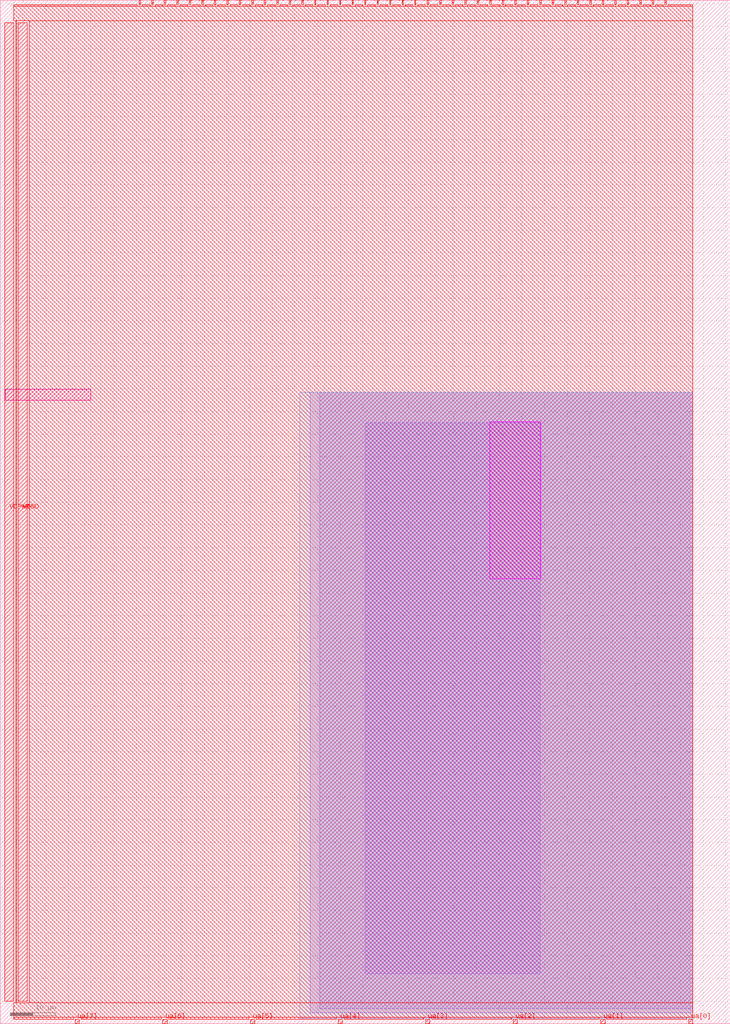
<source format=lef>
VERSION 5.7 ;
  NOWIREEXTENSIONATPIN ON ;
  DIVIDERCHAR "/" ;
  BUSBITCHARS "[]" ;
MACRO tt_um_sudana_ota5t_1
  CLASS BLOCK ;
  FOREIGN tt_um_sudana_ota5t_1 ;
  ORIGIN 0.000 0.000 ;
  SIZE 161.000 BY 225.760 ;
  PIN clk
    DIRECTION INPUT ;
    USE SIGNAL ;
    PORT
      LAYER met4 ;
        RECT 143.830 224.760 144.130 225.760 ;
    END
  END clk
  PIN ena
    DIRECTION INPUT ;
    USE SIGNAL ;
    PORT
      LAYER met4 ;
        RECT 146.590 224.760 146.890 225.760 ;
    END
  END ena
  PIN rst_n
    DIRECTION INPUT ;
    USE SIGNAL ;
    PORT
      LAYER met4 ;
        RECT 141.070 224.760 141.370 225.760 ;
    END
  END rst_n
  PIN ua[0]
    DIRECTION INOUT ;
    USE SIGNAL ;
    ANTENNADIFFAREA 2.030000 ;
    PORT
      LAYER met4 ;
        RECT 151.810 0.000 152.710 1.000 ;
    END
  END ua[0]
  PIN ua[1]
    DIRECTION INOUT ;
    USE SIGNAL ;
    ANTENNAGATEAREA 16.000000 ;
    ANTENNADIFFAREA 1.160000 ;
    PORT
      LAYER met4 ;
        RECT 132.490 0.000 133.390 1.000 ;
    END
  END ua[1]
  PIN ua[2]
    DIRECTION INOUT ;
    USE SIGNAL ;
    ANTENNAGATEAREA 1.000000 ;
    PORT
      LAYER met4 ;
        RECT 113.170 0.000 114.070 1.000 ;
    END
  END ua[2]
  PIN ua[3]
    DIRECTION INOUT ;
    USE SIGNAL ;
    ANTENNAGATEAREA 1.000000 ;
    PORT
      LAYER met4 ;
        RECT 93.850 0.000 94.750 1.000 ;
    END
  END ua[3]
  PIN ua[4]
    DIRECTION INOUT ;
    USE SIGNAL ;
    PORT
      LAYER met4 ;
        RECT 74.530 0.000 75.430 1.000 ;
    END
  END ua[4]
  PIN ua[5]
    DIRECTION INOUT ;
    USE SIGNAL ;
    PORT
      LAYER met4 ;
        RECT 55.210 0.000 56.110 1.000 ;
    END
  END ua[5]
  PIN ua[6]
    DIRECTION INOUT ;
    USE SIGNAL ;
    PORT
      LAYER met4 ;
        RECT 35.890 0.000 36.790 1.000 ;
    END
  END ua[6]
  PIN ua[7]
    DIRECTION INOUT ;
    USE SIGNAL ;
    PORT
      LAYER met4 ;
        RECT 16.570 0.000 17.470 1.000 ;
    END
  END ua[7]
  PIN ui_in[0]
    DIRECTION INPUT ;
    USE SIGNAL ;
    PORT
      LAYER met4 ;
        RECT 138.310 224.760 138.610 225.760 ;
    END
  END ui_in[0]
  PIN ui_in[1]
    DIRECTION INPUT ;
    USE SIGNAL ;
    PORT
      LAYER met4 ;
        RECT 135.550 224.760 135.850 225.760 ;
    END
  END ui_in[1]
  PIN ui_in[2]
    DIRECTION INPUT ;
    USE SIGNAL ;
    PORT
      LAYER met4 ;
        RECT 132.790 224.760 133.090 225.760 ;
    END
  END ui_in[2]
  PIN ui_in[3]
    DIRECTION INPUT ;
    USE SIGNAL ;
    PORT
      LAYER met4 ;
        RECT 130.030 224.760 130.330 225.760 ;
    END
  END ui_in[3]
  PIN ui_in[4]
    DIRECTION INPUT ;
    USE SIGNAL ;
    PORT
      LAYER met4 ;
        RECT 127.270 224.760 127.570 225.760 ;
    END
  END ui_in[4]
  PIN ui_in[5]
    DIRECTION INPUT ;
    USE SIGNAL ;
    PORT
      LAYER met4 ;
        RECT 124.510 224.760 124.810 225.760 ;
    END
  END ui_in[5]
  PIN ui_in[6]
    DIRECTION INPUT ;
    USE SIGNAL ;
    PORT
      LAYER met4 ;
        RECT 121.750 224.760 122.050 225.760 ;
    END
  END ui_in[6]
  PIN ui_in[7]
    DIRECTION INPUT ;
    USE SIGNAL ;
    PORT
      LAYER met4 ;
        RECT 118.990 224.760 119.290 225.760 ;
    END
  END ui_in[7]
  PIN uio_in[0]
    DIRECTION INPUT ;
    USE SIGNAL ;
    PORT
      LAYER met4 ;
        RECT 116.230 224.760 116.530 225.760 ;
    END
  END uio_in[0]
  PIN uio_in[1]
    DIRECTION INPUT ;
    USE SIGNAL ;
    PORT
      LAYER met4 ;
        RECT 113.470 224.760 113.770 225.760 ;
    END
  END uio_in[1]
  PIN uio_in[2]
    DIRECTION INPUT ;
    USE SIGNAL ;
    PORT
      LAYER met4 ;
        RECT 110.710 224.760 111.010 225.760 ;
    END
  END uio_in[2]
  PIN uio_in[3]
    DIRECTION INPUT ;
    USE SIGNAL ;
    PORT
      LAYER met4 ;
        RECT 107.950 224.760 108.250 225.760 ;
    END
  END uio_in[3]
  PIN uio_in[4]
    DIRECTION INPUT ;
    USE SIGNAL ;
    PORT
      LAYER met4 ;
        RECT 105.190 224.760 105.490 225.760 ;
    END
  END uio_in[4]
  PIN uio_in[5]
    DIRECTION INPUT ;
    USE SIGNAL ;
    PORT
      LAYER met4 ;
        RECT 102.430 224.760 102.730 225.760 ;
    END
  END uio_in[5]
  PIN uio_in[6]
    DIRECTION INPUT ;
    USE SIGNAL ;
    PORT
      LAYER met4 ;
        RECT 99.670 224.760 99.970 225.760 ;
    END
  END uio_in[6]
  PIN uio_in[7]
    DIRECTION INPUT ;
    USE SIGNAL ;
    PORT
      LAYER met4 ;
        RECT 96.910 224.760 97.210 225.760 ;
    END
  END uio_in[7]
  PIN uio_oe[0]
    DIRECTION OUTPUT ;
    USE SIGNAL ;
    ANTENNADIFFAREA 12.179999 ;
    PORT
      LAYER met4 ;
        RECT 49.990 224.760 50.290 225.760 ;
    END
  END uio_oe[0]
  PIN uio_oe[1]
    DIRECTION OUTPUT ;
    USE SIGNAL ;
    ANTENNADIFFAREA 12.179999 ;
    PORT
      LAYER met4 ;
        RECT 47.230 224.760 47.530 225.760 ;
    END
  END uio_oe[1]
  PIN uio_oe[2]
    DIRECTION OUTPUT ;
    USE SIGNAL ;
    ANTENNADIFFAREA 12.179999 ;
    PORT
      LAYER met4 ;
        RECT 44.470 224.760 44.770 225.760 ;
    END
  END uio_oe[2]
  PIN uio_oe[3]
    DIRECTION OUTPUT ;
    USE SIGNAL ;
    ANTENNADIFFAREA 12.179999 ;
    PORT
      LAYER met4 ;
        RECT 41.710 224.760 42.010 225.760 ;
    END
  END uio_oe[3]
  PIN uio_oe[4]
    DIRECTION OUTPUT ;
    USE SIGNAL ;
    ANTENNADIFFAREA 12.179999 ;
    PORT
      LAYER met4 ;
        RECT 38.950 224.760 39.250 225.760 ;
    END
  END uio_oe[4]
  PIN uio_oe[5]
    DIRECTION OUTPUT ;
    USE SIGNAL ;
    ANTENNADIFFAREA 12.179999 ;
    PORT
      LAYER met4 ;
        RECT 36.190 224.760 36.490 225.760 ;
    END
  END uio_oe[5]
  PIN uio_oe[6]
    DIRECTION OUTPUT ;
    USE SIGNAL ;
    ANTENNADIFFAREA 12.179999 ;
    PORT
      LAYER met4 ;
        RECT 33.430 224.760 33.730 225.760 ;
    END
  END uio_oe[6]
  PIN uio_oe[7]
    DIRECTION OUTPUT ;
    USE SIGNAL ;
    ANTENNADIFFAREA 12.179999 ;
    PORT
      LAYER met4 ;
        RECT 30.670 224.760 30.970 225.760 ;
    END
  END uio_oe[7]
  PIN uio_out[0]
    DIRECTION OUTPUT ;
    USE SIGNAL ;
    ANTENNADIFFAREA 12.179999 ;
    PORT
      LAYER met4 ;
        RECT 72.070 224.760 72.370 225.760 ;
    END
  END uio_out[0]
  PIN uio_out[1]
    DIRECTION OUTPUT ;
    USE SIGNAL ;
    ANTENNADIFFAREA 12.179999 ;
    PORT
      LAYER met4 ;
        RECT 69.310 224.760 69.610 225.760 ;
    END
  END uio_out[1]
  PIN uio_out[2]
    DIRECTION OUTPUT ;
    USE SIGNAL ;
    ANTENNADIFFAREA 12.179999 ;
    PORT
      LAYER met4 ;
        RECT 66.550 224.760 66.850 225.760 ;
    END
  END uio_out[2]
  PIN uio_out[3]
    DIRECTION OUTPUT ;
    USE SIGNAL ;
    ANTENNADIFFAREA 12.179999 ;
    PORT
      LAYER met4 ;
        RECT 63.790 224.760 64.090 225.760 ;
    END
  END uio_out[3]
  PIN uio_out[4]
    DIRECTION OUTPUT ;
    USE SIGNAL ;
    ANTENNADIFFAREA 12.179999 ;
    PORT
      LAYER met4 ;
        RECT 61.030 224.760 61.330 225.760 ;
    END
  END uio_out[4]
  PIN uio_out[5]
    DIRECTION OUTPUT ;
    USE SIGNAL ;
    ANTENNADIFFAREA 12.179999 ;
    PORT
      LAYER met4 ;
        RECT 58.270 224.760 58.570 225.760 ;
    END
  END uio_out[5]
  PIN uio_out[6]
    DIRECTION OUTPUT ;
    USE SIGNAL ;
    ANTENNADIFFAREA 12.179999 ;
    PORT
      LAYER met4 ;
        RECT 55.510 224.760 55.810 225.760 ;
    END
  END uio_out[6]
  PIN uio_out[7]
    DIRECTION OUTPUT ;
    USE SIGNAL ;
    ANTENNADIFFAREA 12.179999 ;
    PORT
      LAYER met4 ;
        RECT 52.750 224.760 53.050 225.760 ;
    END
  END uio_out[7]
  PIN uo_out[0]
    DIRECTION OUTPUT ;
    USE SIGNAL ;
    ANTENNADIFFAREA 12.179999 ;
    PORT
      LAYER met4 ;
        RECT 94.150 224.760 94.450 225.760 ;
    END
  END uo_out[0]
  PIN uo_out[1]
    DIRECTION OUTPUT ;
    USE SIGNAL ;
    ANTENNADIFFAREA 12.179999 ;
    PORT
      LAYER met4 ;
        RECT 91.390 224.760 91.690 225.760 ;
    END
  END uo_out[1]
  PIN uo_out[2]
    DIRECTION OUTPUT ;
    USE SIGNAL ;
    ANTENNADIFFAREA 12.179999 ;
    PORT
      LAYER met4 ;
        RECT 88.630 224.760 88.930 225.760 ;
    END
  END uo_out[2]
  PIN uo_out[3]
    DIRECTION OUTPUT ;
    USE SIGNAL ;
    ANTENNADIFFAREA 12.179999 ;
    PORT
      LAYER met4 ;
        RECT 85.870 224.760 86.170 225.760 ;
    END
  END uo_out[3]
  PIN uo_out[4]
    DIRECTION OUTPUT ;
    USE SIGNAL ;
    ANTENNADIFFAREA 12.179999 ;
    PORT
      LAYER met4 ;
        RECT 83.110 224.760 83.410 225.760 ;
    END
  END uo_out[4]
  PIN uo_out[5]
    DIRECTION OUTPUT ;
    USE SIGNAL ;
    ANTENNADIFFAREA 12.179999 ;
    PORT
      LAYER met4 ;
        RECT 80.350 224.760 80.650 225.760 ;
    END
  END uo_out[5]
  PIN uo_out[6]
    DIRECTION OUTPUT ;
    USE SIGNAL ;
    ANTENNADIFFAREA 12.179999 ;
    PORT
      LAYER met4 ;
        RECT 77.590 224.760 77.890 225.760 ;
    END
  END uo_out[6]
  PIN uo_out[7]
    DIRECTION OUTPUT ;
    USE SIGNAL ;
    ANTENNADIFFAREA 12.179999 ;
    PORT
      LAYER met4 ;
        RECT 74.830 224.760 75.130 225.760 ;
    END
  END uo_out[7]
  PIN VDPWR
    DIRECTION INOUT ;
    USE POWER ;
    PORT
      LAYER met4 ;
        RECT 1.000 5.000 3.000 220.760 ;
    END
  END VDPWR
  PIN VGND
    DIRECTION INOUT ;
    USE GROUND ;
    PORT
      LAYER met4 ;
        RECT 4.000 5.000 6.000 220.760 ;
    END
  END VGND
  OBS
      LAYER nwell ;
        RECT 107.960 98.110 119.240 132.740 ;
      LAYER li1 ;
        RECT 80.535 10.995 119.060 132.560 ;
      LAYER met1 ;
        RECT 70.510 3.360 152.740 139.300 ;
      LAYER met2 ;
        RECT 68.365 2.390 152.730 139.260 ;
      LAYER met3 ;
        RECT 66.040 1.200 152.735 139.255 ;
      LAYER met4 ;
        RECT 3.000 224.360 30.270 224.760 ;
        RECT 31.370 224.360 33.030 224.760 ;
        RECT 34.130 224.360 35.790 224.760 ;
        RECT 36.890 224.360 38.550 224.760 ;
        RECT 39.650 224.360 41.310 224.760 ;
        RECT 42.410 224.360 44.070 224.760 ;
        RECT 45.170 224.360 46.830 224.760 ;
        RECT 47.930 224.360 49.590 224.760 ;
        RECT 50.690 224.360 52.350 224.760 ;
        RECT 53.450 224.360 55.110 224.760 ;
        RECT 56.210 224.360 57.870 224.760 ;
        RECT 58.970 224.360 60.630 224.760 ;
        RECT 61.730 224.360 63.390 224.760 ;
        RECT 64.490 224.360 66.150 224.760 ;
        RECT 67.250 224.360 68.910 224.760 ;
        RECT 70.010 224.360 71.670 224.760 ;
        RECT 72.770 224.360 74.430 224.760 ;
        RECT 75.530 224.360 77.190 224.760 ;
        RECT 78.290 224.360 79.950 224.760 ;
        RECT 81.050 224.360 82.710 224.760 ;
        RECT 83.810 224.360 85.470 224.760 ;
        RECT 86.570 224.360 88.230 224.760 ;
        RECT 89.330 224.360 90.990 224.760 ;
        RECT 92.090 224.360 93.750 224.760 ;
        RECT 94.850 224.360 96.510 224.760 ;
        RECT 97.610 224.360 99.270 224.760 ;
        RECT 100.370 224.360 102.030 224.760 ;
        RECT 103.130 224.360 104.790 224.760 ;
        RECT 105.890 224.360 107.550 224.760 ;
        RECT 108.650 224.360 110.310 224.760 ;
        RECT 111.410 224.360 113.070 224.760 ;
        RECT 114.170 224.360 115.830 224.760 ;
        RECT 116.930 224.360 118.590 224.760 ;
        RECT 119.690 224.360 121.350 224.760 ;
        RECT 122.450 224.360 124.110 224.760 ;
        RECT 125.210 224.360 126.870 224.760 ;
        RECT 127.970 224.360 129.630 224.760 ;
        RECT 130.730 224.360 132.390 224.760 ;
        RECT 133.490 224.360 135.150 224.760 ;
        RECT 136.250 224.360 137.910 224.760 ;
        RECT 139.010 224.360 140.670 224.760 ;
        RECT 141.770 224.360 143.430 224.760 ;
        RECT 144.530 224.360 146.190 224.760 ;
        RECT 147.290 224.360 152.710 224.760 ;
        RECT 3.000 221.160 152.710 224.360 ;
        RECT 3.400 4.600 3.600 221.160 ;
        RECT 6.400 4.600 152.710 221.160 ;
        RECT 3.000 1.400 152.710 4.600 ;
        RECT 3.000 1.000 16.170 1.400 ;
        RECT 17.870 1.000 35.490 1.400 ;
        RECT 37.190 1.000 54.810 1.400 ;
        RECT 56.510 1.000 74.130 1.400 ;
        RECT 75.830 1.000 93.450 1.400 ;
        RECT 95.150 1.000 112.770 1.400 ;
        RECT 114.470 1.000 132.090 1.400 ;
        RECT 133.790 1.000 151.410 1.400 ;
      LAYER met5 ;
        RECT 1.100 137.550 19.925 139.955 ;
  END
END tt_um_sudana_ota5t_1
END LIBRARY


</source>
